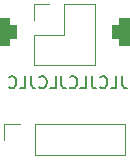
<source format=gbr>
%TF.GenerationSoftware,KiCad,Pcbnew,(6.0.2-0)*%
%TF.CreationDate,2022-02-24T16:38:31+09:00*%
%TF.ProjectId,PodForBreadboard,506f6446-6f72-4427-9265-6164626f6172,rev?*%
%TF.SameCoordinates,Original*%
%TF.FileFunction,Legend,Bot*%
%TF.FilePolarity,Positive*%
%FSLAX46Y46*%
G04 Gerber Fmt 4.6, Leading zero omitted, Abs format (unit mm)*
G04 Created by KiCad (PCBNEW (6.0.2-0)) date 2022-02-24 16:38:31*
%MOMM*%
%LPD*%
G01*
G04 APERTURE LIST*
G04 Aperture macros list*
%AMRoundRect*
0 Rectangle with rounded corners*
0 $1 Rounding radius*
0 $2 $3 $4 $5 $6 $7 $8 $9 X,Y pos of 4 corners*
0 Add a 4 corners polygon primitive as box body*
4,1,4,$2,$3,$4,$5,$6,$7,$8,$9,$2,$3,0*
0 Add four circle primitives for the rounded corners*
1,1,$1+$1,$2,$3*
1,1,$1+$1,$4,$5*
1,1,$1+$1,$6,$7*
1,1,$1+$1,$8,$9*
0 Add four rect primitives between the rounded corners*
20,1,$1+$1,$2,$3,$4,$5,0*
20,1,$1+$1,$4,$5,$6,$7,0*
20,1,$1+$1,$6,$7,$8,$9,0*
20,1,$1+$1,$8,$9,$2,$3,0*%
G04 Aperture macros list end*
%ADD10C,0.150000*%
%ADD11C,0.120000*%
%ADD12RoundRect,0.600000X0.650000X-0.600000X0.650000X0.600000X-0.650000X0.600000X-0.650000X-0.600000X0*%
%ADD13C,1.400000*%
%ADD14R,1.700000X1.700000*%
%ADD15O,1.700000X1.700000*%
G04 APERTURE END LIST*
D10*
X112823047Y-64476380D02*
X112823047Y-65190666D01*
X112870666Y-65333523D01*
X112965904Y-65428761D01*
X113108761Y-65476380D01*
X113204000Y-65476380D01*
X111870666Y-65476380D02*
X112346857Y-65476380D01*
X112346857Y-64476380D01*
X110965904Y-65381142D02*
X111013523Y-65428761D01*
X111156380Y-65476380D01*
X111251619Y-65476380D01*
X111394476Y-65428761D01*
X111489714Y-65333523D01*
X111537333Y-65238285D01*
X111584952Y-65047809D01*
X111584952Y-64904952D01*
X111537333Y-64714476D01*
X111489714Y-64619238D01*
X111394476Y-64524000D01*
X111251619Y-64476380D01*
X111156380Y-64476380D01*
X111013523Y-64524000D01*
X110965904Y-64571619D01*
X110251619Y-64476380D02*
X110251619Y-65190666D01*
X110299238Y-65333523D01*
X110394476Y-65428761D01*
X110537333Y-65476380D01*
X110632571Y-65476380D01*
X109299238Y-65476380D02*
X109775428Y-65476380D01*
X109775428Y-64476380D01*
X108394476Y-65381142D02*
X108442095Y-65428761D01*
X108584952Y-65476380D01*
X108680190Y-65476380D01*
X108823047Y-65428761D01*
X108918285Y-65333523D01*
X108965904Y-65238285D01*
X109013523Y-65047809D01*
X109013523Y-64904952D01*
X108965904Y-64714476D01*
X108918285Y-64619238D01*
X108823047Y-64524000D01*
X108680190Y-64476380D01*
X108584952Y-64476380D01*
X108442095Y-64524000D01*
X108394476Y-64571619D01*
X107680190Y-64476380D02*
X107680190Y-65190666D01*
X107727809Y-65333523D01*
X107823047Y-65428761D01*
X107965904Y-65476380D01*
X108061142Y-65476380D01*
X106727809Y-65476380D02*
X107204000Y-65476380D01*
X107204000Y-64476380D01*
X105823047Y-65381142D02*
X105870666Y-65428761D01*
X106013523Y-65476380D01*
X106108761Y-65476380D01*
X106251619Y-65428761D01*
X106346857Y-65333523D01*
X106394476Y-65238285D01*
X106442095Y-65047809D01*
X106442095Y-64904952D01*
X106394476Y-64714476D01*
X106346857Y-64619238D01*
X106251619Y-64524000D01*
X106108761Y-64476380D01*
X106013523Y-64476380D01*
X105870666Y-64524000D01*
X105823047Y-64571619D01*
X105108761Y-64476380D02*
X105108761Y-65190666D01*
X105156380Y-65333523D01*
X105251619Y-65428761D01*
X105394476Y-65476380D01*
X105489714Y-65476380D01*
X104156380Y-65476380D02*
X104632571Y-65476380D01*
X104632571Y-64476380D01*
X103251619Y-65381142D02*
X103299238Y-65428761D01*
X103442095Y-65476380D01*
X103537333Y-65476380D01*
X103680190Y-65428761D01*
X103775428Y-65333523D01*
X103823047Y-65238285D01*
X103870666Y-65047809D01*
X103870666Y-64904952D01*
X103823047Y-64714476D01*
X103775428Y-64619238D01*
X103680190Y-64524000D01*
X103537333Y-64476380D01*
X103442095Y-64476380D01*
X103299238Y-64524000D01*
X103251619Y-64571619D01*
D11*
%TO.C,J1*%
X110545000Y-58360000D02*
X110545000Y-63560000D01*
X107945000Y-58360000D02*
X107945000Y-60960000D01*
X107945000Y-58360000D02*
X110545000Y-58360000D01*
X106675000Y-58360000D02*
X105345000Y-58360000D01*
X105345000Y-58360000D02*
X105345000Y-59690000D01*
X105345000Y-63560000D02*
X110545000Y-63560000D01*
X105345000Y-60960000D02*
X105345000Y-63560000D01*
X107945000Y-60960000D02*
X105345000Y-60960000D01*
%TO.C,J2*%
X105410000Y-68520000D02*
X113090000Y-68520000D01*
X105410000Y-68520000D02*
X105410000Y-71180000D01*
X105410000Y-71180000D02*
X113090000Y-71180000D01*
X113090000Y-68520000D02*
X113090000Y-71180000D01*
X102810000Y-68520000D02*
X102810000Y-69850000D01*
X104140000Y-68520000D02*
X102810000Y-68520000D01*
%TD*%
%LPC*%
D12*
%TO.C,RV1*%
X102650000Y-60706000D03*
X113250000Y-60706000D03*
D13*
X105450000Y-67706000D03*
X107950000Y-67706000D03*
X110450000Y-67706000D03*
%TD*%
D14*
%TO.C,J1*%
X106675000Y-59690000D03*
D15*
X106675000Y-62230000D03*
X109215000Y-59690000D03*
X109215000Y-62230000D03*
%TD*%
D14*
%TO.C,J2*%
X104140000Y-69850000D03*
D15*
X106680000Y-69850000D03*
X109220000Y-69850000D03*
X111760000Y-69850000D03*
%TD*%
M02*

</source>
